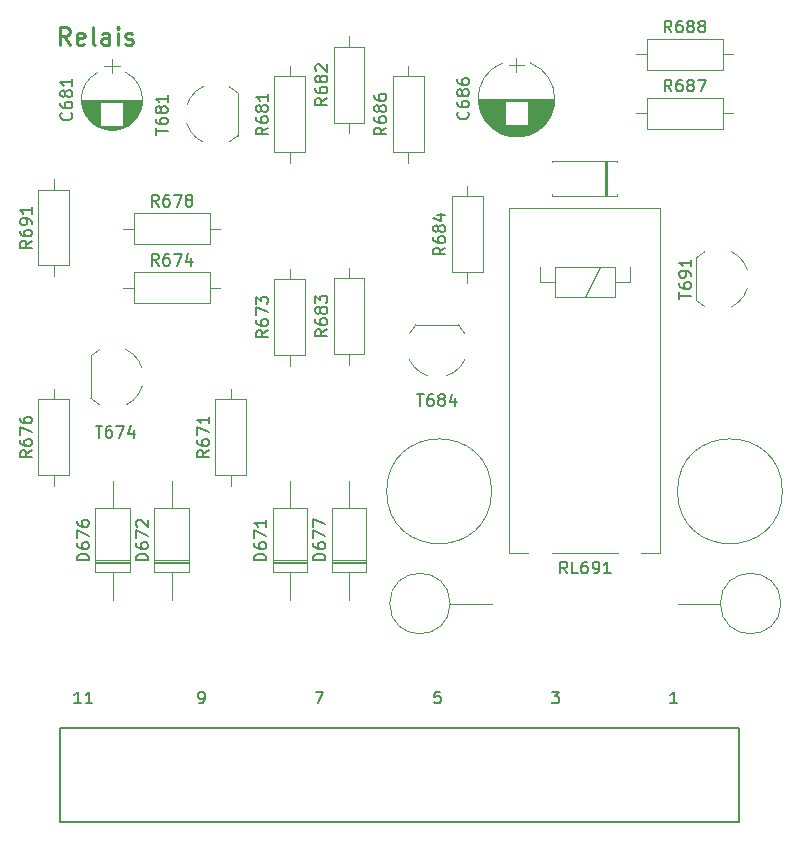
<source format=gto>
G04 #@! TF.GenerationSoftware,KiCad,Pcbnew,(5.1.7)-1*
G04 #@! TF.CreationDate,2022-07-12T08:38:02+02:00*
G04 #@! TF.ProjectId,Relais-Modul,52656c61-6973-42d4-9d6f-64756c2e6b69,rev?*
G04 #@! TF.SameCoordinates,Original*
G04 #@! TF.FileFunction,Legend,Top*
G04 #@! TF.FilePolarity,Positive*
%FSLAX46Y46*%
G04 Gerber Fmt 4.6, Leading zero omitted, Abs format (unit mm)*
G04 Created by KiCad (PCBNEW (5.1.7)-1) date 2022-07-12 08:38:02*
%MOMM*%
%LPD*%
G01*
G04 APERTURE LIST*
%ADD10C,0.225000*%
%ADD11C,0.150000*%
%ADD12C,0.120000*%
%ADD13C,2.400000*%
%ADD14O,2.400000X2.400000*%
%ADD15O,2.200000X2.200000*%
%ADD16R,2.200000X2.200000*%
%ADD17O,1.500000X2.000000*%
%ADD18R,1.500000X2.000000*%
%ADD19O,2.000000X1.500000*%
%ADD20R,2.000000X1.500000*%
%ADD21C,1.600000*%
%ADD22O,1.600000X1.600000*%
%ADD23C,2.600000*%
%ADD24R,1.600000X1.600000*%
%ADD25C,3.000000*%
G04 APERTURE END LIST*
D10*
X32110535Y-29178571D02*
X31610535Y-28464285D01*
X31253392Y-29178571D02*
X31253392Y-27678571D01*
X31824821Y-27678571D01*
X31967678Y-27750000D01*
X32039107Y-27821428D01*
X32110535Y-27964285D01*
X32110535Y-28178571D01*
X32039107Y-28321428D01*
X31967678Y-28392857D01*
X31824821Y-28464285D01*
X31253392Y-28464285D01*
X33324821Y-29107142D02*
X33181964Y-29178571D01*
X32896250Y-29178571D01*
X32753392Y-29107142D01*
X32681964Y-28964285D01*
X32681964Y-28392857D01*
X32753392Y-28250000D01*
X32896250Y-28178571D01*
X33181964Y-28178571D01*
X33324821Y-28250000D01*
X33396250Y-28392857D01*
X33396250Y-28535714D01*
X32681964Y-28678571D01*
X34253392Y-29178571D02*
X34110535Y-29107142D01*
X34039107Y-28964285D01*
X34039107Y-27678571D01*
X35467678Y-29178571D02*
X35467678Y-28392857D01*
X35396250Y-28250000D01*
X35253392Y-28178571D01*
X34967678Y-28178571D01*
X34824821Y-28250000D01*
X35467678Y-29107142D02*
X35324821Y-29178571D01*
X34967678Y-29178571D01*
X34824821Y-29107142D01*
X34753392Y-28964285D01*
X34753392Y-28821428D01*
X34824821Y-28678571D01*
X34967678Y-28607142D01*
X35324821Y-28607142D01*
X35467678Y-28535714D01*
X36181964Y-29178571D02*
X36181964Y-28178571D01*
X36181964Y-27678571D02*
X36110535Y-27750000D01*
X36181964Y-27821428D01*
X36253392Y-27750000D01*
X36181964Y-27678571D01*
X36181964Y-27821428D01*
X36824821Y-29107142D02*
X36967678Y-29178571D01*
X37253392Y-29178571D01*
X37396250Y-29107142D01*
X37467678Y-28964285D01*
X37467678Y-28892857D01*
X37396250Y-28750000D01*
X37253392Y-28678571D01*
X37039107Y-28678571D01*
X36896250Y-28607142D01*
X36824821Y-28464285D01*
X36824821Y-28392857D01*
X36896250Y-28250000D01*
X37039107Y-28178571D01*
X37253392Y-28178571D01*
X37396250Y-28250000D01*
D11*
X43059523Y-84952380D02*
X43250000Y-84952380D01*
X43345238Y-84904761D01*
X43392857Y-84857142D01*
X43488095Y-84714285D01*
X43535714Y-84523809D01*
X43535714Y-84142857D01*
X43488095Y-84047619D01*
X43440476Y-84000000D01*
X43345238Y-83952380D01*
X43154761Y-83952380D01*
X43059523Y-84000000D01*
X43011904Y-84047619D01*
X42964285Y-84142857D01*
X42964285Y-84380952D01*
X43011904Y-84476190D01*
X43059523Y-84523809D01*
X43154761Y-84571428D01*
X43345238Y-84571428D01*
X43440476Y-84523809D01*
X43488095Y-84476190D01*
X43535714Y-84380952D01*
X63488095Y-83952380D02*
X63011904Y-83952380D01*
X62964285Y-84428571D01*
X63011904Y-84380952D01*
X63107142Y-84333333D01*
X63345238Y-84333333D01*
X63440476Y-84380952D01*
X63488095Y-84428571D01*
X63535714Y-84523809D01*
X63535714Y-84761904D01*
X63488095Y-84857142D01*
X63440476Y-84904761D01*
X63345238Y-84952380D01*
X63107142Y-84952380D01*
X63011904Y-84904761D01*
X62964285Y-84857142D01*
X72916666Y-83952380D02*
X73535714Y-83952380D01*
X73202380Y-84333333D01*
X73345238Y-84333333D01*
X73440476Y-84380952D01*
X73488095Y-84428571D01*
X73535714Y-84523809D01*
X73535714Y-84761904D01*
X73488095Y-84857142D01*
X73440476Y-84904761D01*
X73345238Y-84952380D01*
X73059523Y-84952380D01*
X72964285Y-84904761D01*
X72916666Y-84857142D01*
X31250000Y-95000000D02*
X31250000Y-87000000D01*
X88750000Y-87000000D02*
X31250000Y-87000000D01*
X88750000Y-95000000D02*
X88750000Y-87000000D01*
X31250000Y-95000000D02*
X88750000Y-95000000D01*
D12*
X64310000Y-76500000D02*
X67870000Y-76500000D01*
X64310000Y-76500000D02*
G75*
G03*
X64310000Y-76500000I-2560000J0D01*
G01*
X87190000Y-76500000D02*
X83630000Y-76500000D01*
X92310000Y-76500000D02*
G75*
G03*
X92310000Y-76500000I-2560000J0D01*
G01*
X78410000Y-41840000D02*
X78410000Y-41970000D01*
X78410000Y-41970000D02*
X72970000Y-41970000D01*
X72970000Y-41970000D02*
X72970000Y-41840000D01*
X78410000Y-39160000D02*
X78410000Y-39030000D01*
X78410000Y-39030000D02*
X72970000Y-39030000D01*
X72970000Y-39030000D02*
X72970000Y-39160000D01*
X77510000Y-41970000D02*
X77510000Y-39030000D01*
X77390000Y-41970000D02*
X77390000Y-39030000D01*
X77630000Y-41970000D02*
X77630000Y-39030000D01*
X85877205Y-51364184D02*
G75*
G02*
X85150000Y-50840000I1122795J2324184D01*
G01*
X88098807Y-51396400D02*
G75*
G03*
X89600000Y-49040000I-1098807J2356400D01*
G01*
X88098807Y-46683600D02*
G75*
G02*
X89600000Y-49040000I-1098807J-2356400D01*
G01*
X85877205Y-46715816D02*
G75*
G03*
X85150000Y-47240000I1122795J-2324184D01*
G01*
X85150000Y-47240000D02*
X85150000Y-50840000D01*
X65010000Y-52900000D02*
X61410000Y-52900000D01*
X65534184Y-53627205D02*
G75*
G03*
X65010000Y-52900000I-2324184J-1122795D01*
G01*
X65566400Y-55848807D02*
G75*
G02*
X63210000Y-57350000I-2356400J1098807D01*
G01*
X60853600Y-55848807D02*
G75*
G03*
X63210000Y-57350000I2356400J1098807D01*
G01*
X60885816Y-53627205D02*
G75*
G02*
X61410000Y-52900000I2324184J-1122795D01*
G01*
X46350000Y-36880000D02*
X46350000Y-33280000D01*
X45622795Y-37404184D02*
G75*
G03*
X46350000Y-36880000I-1122795J2324184D01*
G01*
X43401193Y-37436400D02*
G75*
G02*
X41900000Y-35080000I1098807J2356400D01*
G01*
X43401193Y-32723600D02*
G75*
G03*
X41900000Y-35080000I1098807J-2356400D01*
G01*
X45622795Y-32755816D02*
G75*
G02*
X46350000Y-33280000I-1122795J-2324184D01*
G01*
X33900000Y-55540000D02*
X33900000Y-59140000D01*
X34627205Y-55015816D02*
G75*
G03*
X33900000Y-55540000I1122795J-2324184D01*
G01*
X36848807Y-54983600D02*
G75*
G02*
X38350000Y-57340000I-1098807J-2356400D01*
G01*
X36848807Y-59696400D02*
G75*
G03*
X38350000Y-57340000I-1098807J2356400D01*
G01*
X34627205Y-59664184D02*
G75*
G02*
X33900000Y-59140000I1122795J2324184D01*
G01*
X30750000Y-40570000D02*
X30750000Y-41460000D01*
X30750000Y-48770000D02*
X30750000Y-47880000D01*
X29440000Y-41460000D02*
X29440000Y-47880000D01*
X32060000Y-41460000D02*
X29440000Y-41460000D01*
X32060000Y-47880000D02*
X32060000Y-41460000D01*
X29440000Y-47880000D02*
X32060000Y-47880000D01*
X88270000Y-30000000D02*
X87380000Y-30000000D01*
X80070000Y-30000000D02*
X80960000Y-30000000D01*
X87380000Y-28690000D02*
X80960000Y-28690000D01*
X87380000Y-31310000D02*
X87380000Y-28690000D01*
X80960000Y-31310000D02*
X87380000Y-31310000D01*
X80960000Y-28690000D02*
X80960000Y-31310000D01*
X88270000Y-35000000D02*
X87380000Y-35000000D01*
X80070000Y-35000000D02*
X80960000Y-35000000D01*
X87380000Y-33690000D02*
X80960000Y-33690000D01*
X87380000Y-36310000D02*
X87380000Y-33690000D01*
X80960000Y-36310000D02*
X87380000Y-36310000D01*
X80960000Y-33690000D02*
X80960000Y-36310000D01*
X60750000Y-30980000D02*
X60750000Y-31870000D01*
X60750000Y-39180000D02*
X60750000Y-38290000D01*
X59440000Y-31870000D02*
X59440000Y-38290000D01*
X62060000Y-31870000D02*
X59440000Y-31870000D01*
X62060000Y-38290000D02*
X62060000Y-31870000D01*
X59440000Y-38290000D02*
X62060000Y-38290000D01*
X65750000Y-49340000D02*
X65750000Y-48450000D01*
X65750000Y-41140000D02*
X65750000Y-42030000D01*
X67060000Y-48450000D02*
X67060000Y-42030000D01*
X64440000Y-48450000D02*
X67060000Y-48450000D01*
X64440000Y-42030000D02*
X64440000Y-48450000D01*
X67060000Y-42030000D02*
X64440000Y-42030000D01*
X55750000Y-48070000D02*
X55750000Y-48960000D01*
X55750000Y-56270000D02*
X55750000Y-55380000D01*
X54440000Y-48960000D02*
X54440000Y-55380000D01*
X57060000Y-48960000D02*
X54440000Y-48960000D01*
X57060000Y-55380000D02*
X57060000Y-48960000D01*
X54440000Y-55380000D02*
X57060000Y-55380000D01*
X55750000Y-28480000D02*
X55750000Y-29370000D01*
X55750000Y-36680000D02*
X55750000Y-35790000D01*
X54440000Y-29370000D02*
X54440000Y-35790000D01*
X57060000Y-29370000D02*
X54440000Y-29370000D01*
X57060000Y-35790000D02*
X57060000Y-29370000D01*
X54440000Y-35790000D02*
X57060000Y-35790000D01*
X50750000Y-30980000D02*
X50750000Y-31870000D01*
X50750000Y-39180000D02*
X50750000Y-38290000D01*
X49440000Y-31870000D02*
X49440000Y-38290000D01*
X52060000Y-31870000D02*
X49440000Y-31870000D01*
X52060000Y-38290000D02*
X52060000Y-31870000D01*
X49440000Y-38290000D02*
X52060000Y-38290000D01*
X44850000Y-44750000D02*
X43960000Y-44750000D01*
X36650000Y-44750000D02*
X37540000Y-44750000D01*
X43960000Y-43440000D02*
X37540000Y-43440000D01*
X43960000Y-46060000D02*
X43960000Y-43440000D01*
X37540000Y-46060000D02*
X43960000Y-46060000D01*
X37540000Y-43440000D02*
X37540000Y-46060000D01*
X30750000Y-58320000D02*
X30750000Y-59210000D01*
X30750000Y-66520000D02*
X30750000Y-65630000D01*
X29440000Y-59210000D02*
X29440000Y-65630000D01*
X32060000Y-59210000D02*
X29440000Y-59210000D01*
X32060000Y-65630000D02*
X32060000Y-59210000D01*
X29440000Y-65630000D02*
X32060000Y-65630000D01*
X44850000Y-49750000D02*
X43960000Y-49750000D01*
X36650000Y-49750000D02*
X37540000Y-49750000D01*
X43960000Y-48440000D02*
X37540000Y-48440000D01*
X43960000Y-51060000D02*
X43960000Y-48440000D01*
X37540000Y-51060000D02*
X43960000Y-51060000D01*
X37540000Y-48440000D02*
X37540000Y-51060000D01*
X50750000Y-48160000D02*
X50750000Y-49050000D01*
X50750000Y-56360000D02*
X50750000Y-55470000D01*
X49440000Y-49050000D02*
X49440000Y-55470000D01*
X52060000Y-49050000D02*
X49440000Y-49050000D01*
X52060000Y-55470000D02*
X52060000Y-49050000D01*
X49440000Y-55470000D02*
X52060000Y-55470000D01*
X45750000Y-58320000D02*
X45750000Y-59210000D01*
X45750000Y-66520000D02*
X45750000Y-65630000D01*
X44440000Y-59210000D02*
X44440000Y-65630000D01*
X47060000Y-59210000D02*
X44440000Y-59210000D01*
X47060000Y-65630000D02*
X47060000Y-59210000D01*
X44440000Y-65630000D02*
X47060000Y-65630000D01*
X67820000Y-67000000D02*
G75*
G03*
X67820000Y-67000000I-4440000J0D01*
G01*
X92440000Y-67000000D02*
G75*
G03*
X92440000Y-67000000I-4440000J0D01*
G01*
X54280000Y-73870000D02*
X57220000Y-73870000D01*
X57220000Y-73870000D02*
X57220000Y-68430000D01*
X57220000Y-68430000D02*
X54280000Y-68430000D01*
X54280000Y-68430000D02*
X54280000Y-73870000D01*
X55750000Y-76160000D02*
X55750000Y-73870000D01*
X55750000Y-66140000D02*
X55750000Y-68430000D01*
X54280000Y-72970000D02*
X57220000Y-72970000D01*
X54280000Y-72850000D02*
X57220000Y-72850000D01*
X54280000Y-73090000D02*
X57220000Y-73090000D01*
X34280000Y-73870000D02*
X37220000Y-73870000D01*
X37220000Y-73870000D02*
X37220000Y-68430000D01*
X37220000Y-68430000D02*
X34280000Y-68430000D01*
X34280000Y-68430000D02*
X34280000Y-73870000D01*
X35750000Y-76160000D02*
X35750000Y-73870000D01*
X35750000Y-66140000D02*
X35750000Y-68430000D01*
X34280000Y-72970000D02*
X37220000Y-72970000D01*
X34280000Y-72850000D02*
X37220000Y-72850000D01*
X34280000Y-73090000D02*
X37220000Y-73090000D01*
X39280000Y-73870000D02*
X42220000Y-73870000D01*
X42220000Y-73870000D02*
X42220000Y-68430000D01*
X42220000Y-68430000D02*
X39280000Y-68430000D01*
X39280000Y-68430000D02*
X39280000Y-73870000D01*
X40750000Y-76160000D02*
X40750000Y-73870000D01*
X40750000Y-66140000D02*
X40750000Y-68430000D01*
X39280000Y-72970000D02*
X42220000Y-72970000D01*
X39280000Y-72850000D02*
X42220000Y-72850000D01*
X39280000Y-73090000D02*
X42220000Y-73090000D01*
X49280000Y-73870000D02*
X52220000Y-73870000D01*
X52220000Y-73870000D02*
X52220000Y-68430000D01*
X52220000Y-68430000D02*
X49280000Y-68430000D01*
X49280000Y-68430000D02*
X49280000Y-73870000D01*
X50750000Y-76160000D02*
X50750000Y-73870000D01*
X50750000Y-66140000D02*
X50750000Y-68430000D01*
X49280000Y-72970000D02*
X52220000Y-72970000D01*
X49280000Y-72850000D02*
X52220000Y-72850000D01*
X49280000Y-73090000D02*
X52220000Y-73090000D01*
X70570000Y-30900000D02*
X69270000Y-30900000D01*
X69920000Y-30300000D02*
X69920000Y-31500000D01*
X70388000Y-36951000D02*
X69452000Y-36951000D01*
X70596000Y-36911000D02*
X69244000Y-36911000D01*
X70754000Y-36871000D02*
X69086000Y-36871000D01*
X70886000Y-36831000D02*
X68954000Y-36831000D01*
X71001000Y-36791000D02*
X68839000Y-36791000D01*
X71104000Y-36751000D02*
X68736000Y-36751000D01*
X71198000Y-36711000D02*
X68642000Y-36711000D01*
X71284000Y-36671000D02*
X68556000Y-36671000D01*
X71365000Y-36631000D02*
X68475000Y-36631000D01*
X71440000Y-36591000D02*
X68400000Y-36591000D01*
X71511000Y-36551000D02*
X68329000Y-36551000D01*
X71578000Y-36511000D02*
X68262000Y-36511000D01*
X71641000Y-36471000D02*
X68199000Y-36471000D01*
X71701000Y-36431000D02*
X68139000Y-36431000D01*
X71759000Y-36391000D02*
X68081000Y-36391000D01*
X71814000Y-36351000D02*
X68026000Y-36351000D01*
X71866000Y-36311000D02*
X67974000Y-36311000D01*
X71917000Y-36271000D02*
X67923000Y-36271000D01*
X71965000Y-36231000D02*
X67875000Y-36231000D01*
X72012000Y-36191000D02*
X67828000Y-36191000D01*
X72057000Y-36151000D02*
X67783000Y-36151000D01*
X72100000Y-36111000D02*
X67740000Y-36111000D01*
X72142000Y-36071000D02*
X67698000Y-36071000D01*
X72182000Y-36031000D02*
X67658000Y-36031000D01*
X72221000Y-35991000D02*
X67619000Y-35991000D01*
X68940000Y-35951000D02*
X67581000Y-35951000D01*
X72259000Y-35951000D02*
X70900000Y-35951000D01*
X68940000Y-35911000D02*
X67545000Y-35911000D01*
X72295000Y-35911000D02*
X70900000Y-35911000D01*
X68940000Y-35871000D02*
X67509000Y-35871000D01*
X72331000Y-35871000D02*
X70900000Y-35871000D01*
X68940000Y-35831000D02*
X67475000Y-35831000D01*
X72365000Y-35831000D02*
X70900000Y-35831000D01*
X68940000Y-35791000D02*
X67442000Y-35791000D01*
X72398000Y-35791000D02*
X70900000Y-35791000D01*
X68940000Y-35751000D02*
X67410000Y-35751000D01*
X72430000Y-35751000D02*
X70900000Y-35751000D01*
X68940000Y-35711000D02*
X67380000Y-35711000D01*
X72460000Y-35711000D02*
X70900000Y-35711000D01*
X68940000Y-35671000D02*
X67350000Y-35671000D01*
X72490000Y-35671000D02*
X70900000Y-35671000D01*
X68940000Y-35631000D02*
X67321000Y-35631000D01*
X72519000Y-35631000D02*
X70900000Y-35631000D01*
X68940000Y-35591000D02*
X67293000Y-35591000D01*
X72547000Y-35591000D02*
X70900000Y-35591000D01*
X68940000Y-35551000D02*
X67266000Y-35551000D01*
X72574000Y-35551000D02*
X70900000Y-35551000D01*
X68940000Y-35511000D02*
X67239000Y-35511000D01*
X72601000Y-35511000D02*
X70900000Y-35511000D01*
X68940000Y-35471000D02*
X67214000Y-35471000D01*
X72626000Y-35471000D02*
X70900000Y-35471000D01*
X68940000Y-35431000D02*
X67189000Y-35431000D01*
X72651000Y-35431000D02*
X70900000Y-35431000D01*
X68940000Y-35391000D02*
X67165000Y-35391000D01*
X72675000Y-35391000D02*
X70900000Y-35391000D01*
X68940000Y-35351000D02*
X67142000Y-35351000D01*
X72698000Y-35351000D02*
X70900000Y-35351000D01*
X68940000Y-35311000D02*
X67120000Y-35311000D01*
X72720000Y-35311000D02*
X70900000Y-35311000D01*
X68940000Y-35271000D02*
X67098000Y-35271000D01*
X72742000Y-35271000D02*
X70900000Y-35271000D01*
X68940000Y-35231000D02*
X67077000Y-35231000D01*
X72763000Y-35231000D02*
X70900000Y-35231000D01*
X68940000Y-35191000D02*
X67057000Y-35191000D01*
X72783000Y-35191000D02*
X70900000Y-35191000D01*
X68940000Y-35151000D02*
X67038000Y-35151000D01*
X72802000Y-35151000D02*
X70900000Y-35151000D01*
X68940000Y-35111000D02*
X67019000Y-35111000D01*
X72821000Y-35111000D02*
X70900000Y-35111000D01*
X68940000Y-35071000D02*
X67001000Y-35071000D01*
X72839000Y-35071000D02*
X70900000Y-35071000D01*
X68940000Y-35031000D02*
X66983000Y-35031000D01*
X72857000Y-35031000D02*
X70900000Y-35031000D01*
X68940000Y-34991000D02*
X66966000Y-34991000D01*
X72874000Y-34991000D02*
X70900000Y-34991000D01*
X68940000Y-34951000D02*
X66950000Y-34951000D01*
X72890000Y-34951000D02*
X70900000Y-34951000D01*
X68940000Y-34911000D02*
X66934000Y-34911000D01*
X72906000Y-34911000D02*
X70900000Y-34911000D01*
X68940000Y-34871000D02*
X66919000Y-34871000D01*
X72921000Y-34871000D02*
X70900000Y-34871000D01*
X68940000Y-34831000D02*
X66905000Y-34831000D01*
X72935000Y-34831000D02*
X70900000Y-34831000D01*
X68940000Y-34791000D02*
X66891000Y-34791000D01*
X72949000Y-34791000D02*
X70900000Y-34791000D01*
X68940000Y-34751000D02*
X66878000Y-34751000D01*
X72962000Y-34751000D02*
X70900000Y-34751000D01*
X68940000Y-34711000D02*
X66865000Y-34711000D01*
X72975000Y-34711000D02*
X70900000Y-34711000D01*
X68940000Y-34671000D02*
X66853000Y-34671000D01*
X72987000Y-34671000D02*
X70900000Y-34671000D01*
X68940000Y-34631000D02*
X66841000Y-34631000D01*
X72999000Y-34631000D02*
X70900000Y-34631000D01*
X68940000Y-34591000D02*
X66830000Y-34591000D01*
X73010000Y-34591000D02*
X70900000Y-34591000D01*
X68940000Y-34551000D02*
X66820000Y-34551000D01*
X73020000Y-34551000D02*
X70900000Y-34551000D01*
X68940000Y-34511000D02*
X66810000Y-34511000D01*
X73030000Y-34511000D02*
X70900000Y-34511000D01*
X68940000Y-34471000D02*
X66801000Y-34471000D01*
X73039000Y-34471000D02*
X70900000Y-34471000D01*
X68940000Y-34430000D02*
X66792000Y-34430000D01*
X73048000Y-34430000D02*
X70900000Y-34430000D01*
X68940000Y-34390000D02*
X66783000Y-34390000D01*
X73057000Y-34390000D02*
X70900000Y-34390000D01*
X68940000Y-34350000D02*
X66776000Y-34350000D01*
X73064000Y-34350000D02*
X70900000Y-34350000D01*
X68940000Y-34310000D02*
X66768000Y-34310000D01*
X73072000Y-34310000D02*
X70900000Y-34310000D01*
X68940000Y-34270000D02*
X66762000Y-34270000D01*
X73078000Y-34270000D02*
X70900000Y-34270000D01*
X68940000Y-34230000D02*
X66755000Y-34230000D01*
X73085000Y-34230000D02*
X70900000Y-34230000D01*
X68940000Y-34190000D02*
X66750000Y-34190000D01*
X73090000Y-34190000D02*
X70900000Y-34190000D01*
X68940000Y-34150000D02*
X66744000Y-34150000D01*
X73096000Y-34150000D02*
X70900000Y-34150000D01*
X68940000Y-34110000D02*
X66740000Y-34110000D01*
X73100000Y-34110000D02*
X70900000Y-34110000D01*
X68940000Y-34070000D02*
X66735000Y-34070000D01*
X73105000Y-34070000D02*
X70900000Y-34070000D01*
X68940000Y-34030000D02*
X66732000Y-34030000D01*
X73108000Y-34030000D02*
X70900000Y-34030000D01*
X73112000Y-33990000D02*
X66728000Y-33990000D01*
X73114000Y-33950000D02*
X66726000Y-33950000D01*
X73117000Y-33910000D02*
X66723000Y-33910000D01*
X73118000Y-33870000D02*
X66722000Y-33870000D01*
X73120000Y-33830000D02*
X66720000Y-33830000D01*
X73120000Y-33790000D02*
X66720000Y-33790000D01*
X73120000Y-33750000D02*
X66720000Y-33750000D01*
X71099136Y-36767820D02*
G75*
G03*
X71100000Y-30732518I-1179136J3017820D01*
G01*
X68740864Y-36767820D02*
G75*
G02*
X68740000Y-30732518I1179136J3017820D01*
G01*
X68740864Y-36767820D02*
G75*
G03*
X71100000Y-36767482I1179136J3017820D01*
G01*
X36320000Y-30980000D02*
X35020000Y-30980000D01*
X35670000Y-30380000D02*
X35670000Y-31580000D01*
X36024000Y-36391000D02*
X35316000Y-36391000D01*
X36229000Y-36351000D02*
X35111000Y-36351000D01*
X36377000Y-36311000D02*
X34963000Y-36311000D01*
X36499000Y-36271000D02*
X34841000Y-36271000D01*
X36604000Y-36231000D02*
X34736000Y-36231000D01*
X36698000Y-36191000D02*
X34642000Y-36191000D01*
X36782000Y-36151000D02*
X34558000Y-36151000D01*
X36859000Y-36111000D02*
X34481000Y-36111000D01*
X36931000Y-36071000D02*
X34409000Y-36071000D01*
X34690000Y-36031000D02*
X34343000Y-36031000D01*
X36997000Y-36031000D02*
X36650000Y-36031000D01*
X34690000Y-35991000D02*
X34280000Y-35991000D01*
X37060000Y-35991000D02*
X36650000Y-35991000D01*
X34690000Y-35951000D02*
X34222000Y-35951000D01*
X37118000Y-35951000D02*
X36650000Y-35951000D01*
X34690000Y-35911000D02*
X34166000Y-35911000D01*
X37174000Y-35911000D02*
X36650000Y-35911000D01*
X34690000Y-35871000D02*
X34114000Y-35871000D01*
X37226000Y-35871000D02*
X36650000Y-35871000D01*
X34690000Y-35831000D02*
X34064000Y-35831000D01*
X37276000Y-35831000D02*
X36650000Y-35831000D01*
X34690000Y-35791000D02*
X34016000Y-35791000D01*
X37324000Y-35791000D02*
X36650000Y-35791000D01*
X34690000Y-35751000D02*
X33971000Y-35751000D01*
X37369000Y-35751000D02*
X36650000Y-35751000D01*
X34690000Y-35711000D02*
X33928000Y-35711000D01*
X37412000Y-35711000D02*
X36650000Y-35711000D01*
X34690000Y-35671000D02*
X33887000Y-35671000D01*
X37453000Y-35671000D02*
X36650000Y-35671000D01*
X34690000Y-35631000D02*
X33847000Y-35631000D01*
X37493000Y-35631000D02*
X36650000Y-35631000D01*
X34690000Y-35591000D02*
X33809000Y-35591000D01*
X37531000Y-35591000D02*
X36650000Y-35591000D01*
X34690000Y-35551000D02*
X33773000Y-35551000D01*
X37567000Y-35551000D02*
X36650000Y-35551000D01*
X34690000Y-35511000D02*
X33738000Y-35511000D01*
X37602000Y-35511000D02*
X36650000Y-35511000D01*
X34690000Y-35471000D02*
X33705000Y-35471000D01*
X37635000Y-35471000D02*
X36650000Y-35471000D01*
X34690000Y-35431000D02*
X33673000Y-35431000D01*
X37667000Y-35431000D02*
X36650000Y-35431000D01*
X34690000Y-35391000D02*
X33642000Y-35391000D01*
X37698000Y-35391000D02*
X36650000Y-35391000D01*
X34690000Y-35351000D02*
X33612000Y-35351000D01*
X37728000Y-35351000D02*
X36650000Y-35351000D01*
X34690000Y-35311000D02*
X33584000Y-35311000D01*
X37756000Y-35311000D02*
X36650000Y-35311000D01*
X34690000Y-35271000D02*
X33557000Y-35271000D01*
X37783000Y-35271000D02*
X36650000Y-35271000D01*
X34690000Y-35231000D02*
X33530000Y-35231000D01*
X37810000Y-35231000D02*
X36650000Y-35231000D01*
X34690000Y-35191000D02*
X33505000Y-35191000D01*
X37835000Y-35191000D02*
X36650000Y-35191000D01*
X34690000Y-35151000D02*
X33481000Y-35151000D01*
X37859000Y-35151000D02*
X36650000Y-35151000D01*
X34690000Y-35111000D02*
X33458000Y-35111000D01*
X37882000Y-35111000D02*
X36650000Y-35111000D01*
X34690000Y-35071000D02*
X33436000Y-35071000D01*
X37904000Y-35071000D02*
X36650000Y-35071000D01*
X34690000Y-35031000D02*
X33414000Y-35031000D01*
X37926000Y-35031000D02*
X36650000Y-35031000D01*
X34690000Y-34991000D02*
X33394000Y-34991000D01*
X37946000Y-34991000D02*
X36650000Y-34991000D01*
X34690000Y-34951000D02*
X33374000Y-34951000D01*
X37966000Y-34951000D02*
X36650000Y-34951000D01*
X34690000Y-34911000D02*
X33355000Y-34911000D01*
X37985000Y-34911000D02*
X36650000Y-34911000D01*
X34690000Y-34871000D02*
X33337000Y-34871000D01*
X38003000Y-34871000D02*
X36650000Y-34871000D01*
X34690000Y-34831000D02*
X33320000Y-34831000D01*
X38020000Y-34831000D02*
X36650000Y-34831000D01*
X34690000Y-34791000D02*
X33304000Y-34791000D01*
X38036000Y-34791000D02*
X36650000Y-34791000D01*
X34690000Y-34751000D02*
X33288000Y-34751000D01*
X38052000Y-34751000D02*
X36650000Y-34751000D01*
X34690000Y-34711000D02*
X33274000Y-34711000D01*
X38066000Y-34711000D02*
X36650000Y-34711000D01*
X34690000Y-34671000D02*
X33260000Y-34671000D01*
X38080000Y-34671000D02*
X36650000Y-34671000D01*
X34690000Y-34631000D02*
X33246000Y-34631000D01*
X38094000Y-34631000D02*
X36650000Y-34631000D01*
X34690000Y-34591000D02*
X33234000Y-34591000D01*
X38106000Y-34591000D02*
X36650000Y-34591000D01*
X34690000Y-34551000D02*
X33222000Y-34551000D01*
X38118000Y-34551000D02*
X36650000Y-34551000D01*
X34690000Y-34510000D02*
X33210000Y-34510000D01*
X38130000Y-34510000D02*
X36650000Y-34510000D01*
X34690000Y-34470000D02*
X33200000Y-34470000D01*
X38140000Y-34470000D02*
X36650000Y-34470000D01*
X34690000Y-34430000D02*
X33190000Y-34430000D01*
X38150000Y-34430000D02*
X36650000Y-34430000D01*
X34690000Y-34390000D02*
X33181000Y-34390000D01*
X38159000Y-34390000D02*
X36650000Y-34390000D01*
X34690000Y-34350000D02*
X33172000Y-34350000D01*
X38168000Y-34350000D02*
X36650000Y-34350000D01*
X34690000Y-34310000D02*
X33164000Y-34310000D01*
X38176000Y-34310000D02*
X36650000Y-34310000D01*
X34690000Y-34270000D02*
X33157000Y-34270000D01*
X38183000Y-34270000D02*
X36650000Y-34270000D01*
X34690000Y-34230000D02*
X33151000Y-34230000D01*
X38189000Y-34230000D02*
X36650000Y-34230000D01*
X34690000Y-34190000D02*
X33145000Y-34190000D01*
X38195000Y-34190000D02*
X36650000Y-34190000D01*
X34690000Y-34150000D02*
X33139000Y-34150000D01*
X38201000Y-34150000D02*
X36650000Y-34150000D01*
X34690000Y-34110000D02*
X33135000Y-34110000D01*
X38205000Y-34110000D02*
X36650000Y-34110000D01*
X38209000Y-34070000D02*
X33131000Y-34070000D01*
X38213000Y-34030000D02*
X33127000Y-34030000D01*
X38216000Y-33990000D02*
X33124000Y-33990000D01*
X38218000Y-33950000D02*
X33122000Y-33950000D01*
X38219000Y-33910000D02*
X33121000Y-33910000D01*
X38220000Y-33870000D02*
X33120000Y-33870000D01*
X38220000Y-33830000D02*
X33120000Y-33830000D01*
X36849723Y-36135722D02*
G75*
G03*
X36850000Y-31524420I-1179723J2305722D01*
G01*
X34490277Y-36135722D02*
G75*
G02*
X34490000Y-31524420I1179723J2305722D01*
G01*
X34490277Y-36135722D02*
G75*
G03*
X36850000Y-36135580I1179723J2305722D01*
G01*
X70900000Y-72220000D02*
X69300000Y-72220000D01*
X69300000Y-72220000D02*
X69300000Y-43020000D01*
X78500000Y-72220000D02*
X72900000Y-72220000D01*
X69300000Y-43020000D02*
X82100000Y-43020000D01*
X82100000Y-43020000D02*
X82100000Y-72220000D01*
X82100000Y-72220000D02*
X80500000Y-72220000D01*
X76960000Y-48040000D02*
X75690000Y-50580000D01*
X73150000Y-49310000D02*
X71880000Y-49310000D01*
X71880000Y-49310000D02*
X71880000Y-48040000D01*
X79500000Y-48040000D02*
X79500000Y-49310000D01*
X79500000Y-49310000D02*
X78230000Y-49310000D01*
X78230000Y-49310000D02*
X78230000Y-50580000D01*
X78230000Y-50580000D02*
X73150000Y-50580000D01*
X73150000Y-50580000D02*
X73150000Y-48040000D01*
X73150000Y-48040000D02*
X78230000Y-48040000D01*
X78230000Y-48040000D02*
X78230000Y-49310000D01*
D11*
X83535714Y-84952380D02*
X82964285Y-84952380D01*
X83250000Y-84952380D02*
X83250000Y-83952380D01*
X83154761Y-84095238D01*
X83059523Y-84190476D01*
X82964285Y-84238095D01*
X33059523Y-84952380D02*
X32488095Y-84952380D01*
X32773809Y-84952380D02*
X32773809Y-83952380D01*
X32678571Y-84095238D01*
X32583333Y-84190476D01*
X32488095Y-84238095D01*
X34011904Y-84952380D02*
X33440476Y-84952380D01*
X33726190Y-84952380D02*
X33726190Y-83952380D01*
X33630952Y-84095238D01*
X33535714Y-84190476D01*
X33440476Y-84238095D01*
X52916666Y-83952380D02*
X53583333Y-83952380D01*
X53154761Y-84952380D01*
X83702380Y-50714285D02*
X83702380Y-50142857D01*
X84702380Y-50428571D02*
X83702380Y-50428571D01*
X83702380Y-49380952D02*
X83702380Y-49571428D01*
X83750000Y-49666666D01*
X83797619Y-49714285D01*
X83940476Y-49809523D01*
X84130952Y-49857142D01*
X84511904Y-49857142D01*
X84607142Y-49809523D01*
X84654761Y-49761904D01*
X84702380Y-49666666D01*
X84702380Y-49476190D01*
X84654761Y-49380952D01*
X84607142Y-49333333D01*
X84511904Y-49285714D01*
X84273809Y-49285714D01*
X84178571Y-49333333D01*
X84130952Y-49380952D01*
X84083333Y-49476190D01*
X84083333Y-49666666D01*
X84130952Y-49761904D01*
X84178571Y-49809523D01*
X84273809Y-49857142D01*
X84702380Y-48809523D02*
X84702380Y-48619047D01*
X84654761Y-48523809D01*
X84607142Y-48476190D01*
X84464285Y-48380952D01*
X84273809Y-48333333D01*
X83892857Y-48333333D01*
X83797619Y-48380952D01*
X83750000Y-48428571D01*
X83702380Y-48523809D01*
X83702380Y-48714285D01*
X83750000Y-48809523D01*
X83797619Y-48857142D01*
X83892857Y-48904761D01*
X84130952Y-48904761D01*
X84226190Y-48857142D01*
X84273809Y-48809523D01*
X84321428Y-48714285D01*
X84321428Y-48523809D01*
X84273809Y-48428571D01*
X84226190Y-48380952D01*
X84130952Y-48333333D01*
X84702380Y-47380952D02*
X84702380Y-47952380D01*
X84702380Y-47666666D02*
X83702380Y-47666666D01*
X83845238Y-47761904D01*
X83940476Y-47857142D01*
X83988095Y-47952380D01*
X61495714Y-58772380D02*
X62067142Y-58772380D01*
X61781428Y-59772380D02*
X61781428Y-58772380D01*
X62829047Y-58772380D02*
X62638571Y-58772380D01*
X62543333Y-58820000D01*
X62495714Y-58867619D01*
X62400476Y-59010476D01*
X62352857Y-59200952D01*
X62352857Y-59581904D01*
X62400476Y-59677142D01*
X62448095Y-59724761D01*
X62543333Y-59772380D01*
X62733809Y-59772380D01*
X62829047Y-59724761D01*
X62876666Y-59677142D01*
X62924285Y-59581904D01*
X62924285Y-59343809D01*
X62876666Y-59248571D01*
X62829047Y-59200952D01*
X62733809Y-59153333D01*
X62543333Y-59153333D01*
X62448095Y-59200952D01*
X62400476Y-59248571D01*
X62352857Y-59343809D01*
X63495714Y-59200952D02*
X63400476Y-59153333D01*
X63352857Y-59105714D01*
X63305238Y-59010476D01*
X63305238Y-58962857D01*
X63352857Y-58867619D01*
X63400476Y-58820000D01*
X63495714Y-58772380D01*
X63686190Y-58772380D01*
X63781428Y-58820000D01*
X63829047Y-58867619D01*
X63876666Y-58962857D01*
X63876666Y-59010476D01*
X63829047Y-59105714D01*
X63781428Y-59153333D01*
X63686190Y-59200952D01*
X63495714Y-59200952D01*
X63400476Y-59248571D01*
X63352857Y-59296190D01*
X63305238Y-59391428D01*
X63305238Y-59581904D01*
X63352857Y-59677142D01*
X63400476Y-59724761D01*
X63495714Y-59772380D01*
X63686190Y-59772380D01*
X63781428Y-59724761D01*
X63829047Y-59677142D01*
X63876666Y-59581904D01*
X63876666Y-59391428D01*
X63829047Y-59296190D01*
X63781428Y-59248571D01*
X63686190Y-59200952D01*
X64733809Y-59105714D02*
X64733809Y-59772380D01*
X64495714Y-58724761D02*
X64257619Y-59439047D01*
X64876666Y-59439047D01*
X39382380Y-36794285D02*
X39382380Y-36222857D01*
X40382380Y-36508571D02*
X39382380Y-36508571D01*
X39382380Y-35460952D02*
X39382380Y-35651428D01*
X39430000Y-35746666D01*
X39477619Y-35794285D01*
X39620476Y-35889523D01*
X39810952Y-35937142D01*
X40191904Y-35937142D01*
X40287142Y-35889523D01*
X40334761Y-35841904D01*
X40382380Y-35746666D01*
X40382380Y-35556190D01*
X40334761Y-35460952D01*
X40287142Y-35413333D01*
X40191904Y-35365714D01*
X39953809Y-35365714D01*
X39858571Y-35413333D01*
X39810952Y-35460952D01*
X39763333Y-35556190D01*
X39763333Y-35746666D01*
X39810952Y-35841904D01*
X39858571Y-35889523D01*
X39953809Y-35937142D01*
X39810952Y-34794285D02*
X39763333Y-34889523D01*
X39715714Y-34937142D01*
X39620476Y-34984761D01*
X39572857Y-34984761D01*
X39477619Y-34937142D01*
X39430000Y-34889523D01*
X39382380Y-34794285D01*
X39382380Y-34603809D01*
X39430000Y-34508571D01*
X39477619Y-34460952D01*
X39572857Y-34413333D01*
X39620476Y-34413333D01*
X39715714Y-34460952D01*
X39763333Y-34508571D01*
X39810952Y-34603809D01*
X39810952Y-34794285D01*
X39858571Y-34889523D01*
X39906190Y-34937142D01*
X40001428Y-34984761D01*
X40191904Y-34984761D01*
X40287142Y-34937142D01*
X40334761Y-34889523D01*
X40382380Y-34794285D01*
X40382380Y-34603809D01*
X40334761Y-34508571D01*
X40287142Y-34460952D01*
X40191904Y-34413333D01*
X40001428Y-34413333D01*
X39906190Y-34460952D01*
X39858571Y-34508571D01*
X39810952Y-34603809D01*
X40382380Y-33460952D02*
X40382380Y-34032380D01*
X40382380Y-33746666D02*
X39382380Y-33746666D01*
X39525238Y-33841904D01*
X39620476Y-33937142D01*
X39668095Y-34032380D01*
X34285714Y-61452380D02*
X34857142Y-61452380D01*
X34571428Y-62452380D02*
X34571428Y-61452380D01*
X35619047Y-61452380D02*
X35428571Y-61452380D01*
X35333333Y-61500000D01*
X35285714Y-61547619D01*
X35190476Y-61690476D01*
X35142857Y-61880952D01*
X35142857Y-62261904D01*
X35190476Y-62357142D01*
X35238095Y-62404761D01*
X35333333Y-62452380D01*
X35523809Y-62452380D01*
X35619047Y-62404761D01*
X35666666Y-62357142D01*
X35714285Y-62261904D01*
X35714285Y-62023809D01*
X35666666Y-61928571D01*
X35619047Y-61880952D01*
X35523809Y-61833333D01*
X35333333Y-61833333D01*
X35238095Y-61880952D01*
X35190476Y-61928571D01*
X35142857Y-62023809D01*
X36047619Y-61452380D02*
X36714285Y-61452380D01*
X36285714Y-62452380D01*
X37523809Y-61785714D02*
X37523809Y-62452380D01*
X37285714Y-61404761D02*
X37047619Y-62119047D01*
X37666666Y-62119047D01*
X28892380Y-45789047D02*
X28416190Y-46122380D01*
X28892380Y-46360476D02*
X27892380Y-46360476D01*
X27892380Y-45979523D01*
X27940000Y-45884285D01*
X27987619Y-45836666D01*
X28082857Y-45789047D01*
X28225714Y-45789047D01*
X28320952Y-45836666D01*
X28368571Y-45884285D01*
X28416190Y-45979523D01*
X28416190Y-46360476D01*
X27892380Y-44931904D02*
X27892380Y-45122380D01*
X27940000Y-45217619D01*
X27987619Y-45265238D01*
X28130476Y-45360476D01*
X28320952Y-45408095D01*
X28701904Y-45408095D01*
X28797142Y-45360476D01*
X28844761Y-45312857D01*
X28892380Y-45217619D01*
X28892380Y-45027142D01*
X28844761Y-44931904D01*
X28797142Y-44884285D01*
X28701904Y-44836666D01*
X28463809Y-44836666D01*
X28368571Y-44884285D01*
X28320952Y-44931904D01*
X28273333Y-45027142D01*
X28273333Y-45217619D01*
X28320952Y-45312857D01*
X28368571Y-45360476D01*
X28463809Y-45408095D01*
X28892380Y-44360476D02*
X28892380Y-44170000D01*
X28844761Y-44074761D01*
X28797142Y-44027142D01*
X28654285Y-43931904D01*
X28463809Y-43884285D01*
X28082857Y-43884285D01*
X27987619Y-43931904D01*
X27940000Y-43979523D01*
X27892380Y-44074761D01*
X27892380Y-44265238D01*
X27940000Y-44360476D01*
X27987619Y-44408095D01*
X28082857Y-44455714D01*
X28320952Y-44455714D01*
X28416190Y-44408095D01*
X28463809Y-44360476D01*
X28511428Y-44265238D01*
X28511428Y-44074761D01*
X28463809Y-43979523D01*
X28416190Y-43931904D01*
X28320952Y-43884285D01*
X28892380Y-42931904D02*
X28892380Y-43503333D01*
X28892380Y-43217619D02*
X27892380Y-43217619D01*
X28035238Y-43312857D01*
X28130476Y-43408095D01*
X28178095Y-43503333D01*
X83050952Y-28142380D02*
X82717619Y-27666190D01*
X82479523Y-28142380D02*
X82479523Y-27142380D01*
X82860476Y-27142380D01*
X82955714Y-27190000D01*
X83003333Y-27237619D01*
X83050952Y-27332857D01*
X83050952Y-27475714D01*
X83003333Y-27570952D01*
X82955714Y-27618571D01*
X82860476Y-27666190D01*
X82479523Y-27666190D01*
X83908095Y-27142380D02*
X83717619Y-27142380D01*
X83622380Y-27190000D01*
X83574761Y-27237619D01*
X83479523Y-27380476D01*
X83431904Y-27570952D01*
X83431904Y-27951904D01*
X83479523Y-28047142D01*
X83527142Y-28094761D01*
X83622380Y-28142380D01*
X83812857Y-28142380D01*
X83908095Y-28094761D01*
X83955714Y-28047142D01*
X84003333Y-27951904D01*
X84003333Y-27713809D01*
X83955714Y-27618571D01*
X83908095Y-27570952D01*
X83812857Y-27523333D01*
X83622380Y-27523333D01*
X83527142Y-27570952D01*
X83479523Y-27618571D01*
X83431904Y-27713809D01*
X84574761Y-27570952D02*
X84479523Y-27523333D01*
X84431904Y-27475714D01*
X84384285Y-27380476D01*
X84384285Y-27332857D01*
X84431904Y-27237619D01*
X84479523Y-27190000D01*
X84574761Y-27142380D01*
X84765238Y-27142380D01*
X84860476Y-27190000D01*
X84908095Y-27237619D01*
X84955714Y-27332857D01*
X84955714Y-27380476D01*
X84908095Y-27475714D01*
X84860476Y-27523333D01*
X84765238Y-27570952D01*
X84574761Y-27570952D01*
X84479523Y-27618571D01*
X84431904Y-27666190D01*
X84384285Y-27761428D01*
X84384285Y-27951904D01*
X84431904Y-28047142D01*
X84479523Y-28094761D01*
X84574761Y-28142380D01*
X84765238Y-28142380D01*
X84860476Y-28094761D01*
X84908095Y-28047142D01*
X84955714Y-27951904D01*
X84955714Y-27761428D01*
X84908095Y-27666190D01*
X84860476Y-27618571D01*
X84765238Y-27570952D01*
X85527142Y-27570952D02*
X85431904Y-27523333D01*
X85384285Y-27475714D01*
X85336666Y-27380476D01*
X85336666Y-27332857D01*
X85384285Y-27237619D01*
X85431904Y-27190000D01*
X85527142Y-27142380D01*
X85717619Y-27142380D01*
X85812857Y-27190000D01*
X85860476Y-27237619D01*
X85908095Y-27332857D01*
X85908095Y-27380476D01*
X85860476Y-27475714D01*
X85812857Y-27523333D01*
X85717619Y-27570952D01*
X85527142Y-27570952D01*
X85431904Y-27618571D01*
X85384285Y-27666190D01*
X85336666Y-27761428D01*
X85336666Y-27951904D01*
X85384285Y-28047142D01*
X85431904Y-28094761D01*
X85527142Y-28142380D01*
X85717619Y-28142380D01*
X85812857Y-28094761D01*
X85860476Y-28047142D01*
X85908095Y-27951904D01*
X85908095Y-27761428D01*
X85860476Y-27666190D01*
X85812857Y-27618571D01*
X85717619Y-27570952D01*
X83050952Y-33142380D02*
X82717619Y-32666190D01*
X82479523Y-33142380D02*
X82479523Y-32142380D01*
X82860476Y-32142380D01*
X82955714Y-32190000D01*
X83003333Y-32237619D01*
X83050952Y-32332857D01*
X83050952Y-32475714D01*
X83003333Y-32570952D01*
X82955714Y-32618571D01*
X82860476Y-32666190D01*
X82479523Y-32666190D01*
X83908095Y-32142380D02*
X83717619Y-32142380D01*
X83622380Y-32190000D01*
X83574761Y-32237619D01*
X83479523Y-32380476D01*
X83431904Y-32570952D01*
X83431904Y-32951904D01*
X83479523Y-33047142D01*
X83527142Y-33094761D01*
X83622380Y-33142380D01*
X83812857Y-33142380D01*
X83908095Y-33094761D01*
X83955714Y-33047142D01*
X84003333Y-32951904D01*
X84003333Y-32713809D01*
X83955714Y-32618571D01*
X83908095Y-32570952D01*
X83812857Y-32523333D01*
X83622380Y-32523333D01*
X83527142Y-32570952D01*
X83479523Y-32618571D01*
X83431904Y-32713809D01*
X84574761Y-32570952D02*
X84479523Y-32523333D01*
X84431904Y-32475714D01*
X84384285Y-32380476D01*
X84384285Y-32332857D01*
X84431904Y-32237619D01*
X84479523Y-32190000D01*
X84574761Y-32142380D01*
X84765238Y-32142380D01*
X84860476Y-32190000D01*
X84908095Y-32237619D01*
X84955714Y-32332857D01*
X84955714Y-32380476D01*
X84908095Y-32475714D01*
X84860476Y-32523333D01*
X84765238Y-32570952D01*
X84574761Y-32570952D01*
X84479523Y-32618571D01*
X84431904Y-32666190D01*
X84384285Y-32761428D01*
X84384285Y-32951904D01*
X84431904Y-33047142D01*
X84479523Y-33094761D01*
X84574761Y-33142380D01*
X84765238Y-33142380D01*
X84860476Y-33094761D01*
X84908095Y-33047142D01*
X84955714Y-32951904D01*
X84955714Y-32761428D01*
X84908095Y-32666190D01*
X84860476Y-32618571D01*
X84765238Y-32570952D01*
X85289047Y-32142380D02*
X85955714Y-32142380D01*
X85527142Y-33142380D01*
X58892380Y-36199047D02*
X58416190Y-36532380D01*
X58892380Y-36770476D02*
X57892380Y-36770476D01*
X57892380Y-36389523D01*
X57940000Y-36294285D01*
X57987619Y-36246666D01*
X58082857Y-36199047D01*
X58225714Y-36199047D01*
X58320952Y-36246666D01*
X58368571Y-36294285D01*
X58416190Y-36389523D01*
X58416190Y-36770476D01*
X57892380Y-35341904D02*
X57892380Y-35532380D01*
X57940000Y-35627619D01*
X57987619Y-35675238D01*
X58130476Y-35770476D01*
X58320952Y-35818095D01*
X58701904Y-35818095D01*
X58797142Y-35770476D01*
X58844761Y-35722857D01*
X58892380Y-35627619D01*
X58892380Y-35437142D01*
X58844761Y-35341904D01*
X58797142Y-35294285D01*
X58701904Y-35246666D01*
X58463809Y-35246666D01*
X58368571Y-35294285D01*
X58320952Y-35341904D01*
X58273333Y-35437142D01*
X58273333Y-35627619D01*
X58320952Y-35722857D01*
X58368571Y-35770476D01*
X58463809Y-35818095D01*
X58320952Y-34675238D02*
X58273333Y-34770476D01*
X58225714Y-34818095D01*
X58130476Y-34865714D01*
X58082857Y-34865714D01*
X57987619Y-34818095D01*
X57940000Y-34770476D01*
X57892380Y-34675238D01*
X57892380Y-34484761D01*
X57940000Y-34389523D01*
X57987619Y-34341904D01*
X58082857Y-34294285D01*
X58130476Y-34294285D01*
X58225714Y-34341904D01*
X58273333Y-34389523D01*
X58320952Y-34484761D01*
X58320952Y-34675238D01*
X58368571Y-34770476D01*
X58416190Y-34818095D01*
X58511428Y-34865714D01*
X58701904Y-34865714D01*
X58797142Y-34818095D01*
X58844761Y-34770476D01*
X58892380Y-34675238D01*
X58892380Y-34484761D01*
X58844761Y-34389523D01*
X58797142Y-34341904D01*
X58701904Y-34294285D01*
X58511428Y-34294285D01*
X58416190Y-34341904D01*
X58368571Y-34389523D01*
X58320952Y-34484761D01*
X57892380Y-33437142D02*
X57892380Y-33627619D01*
X57940000Y-33722857D01*
X57987619Y-33770476D01*
X58130476Y-33865714D01*
X58320952Y-33913333D01*
X58701904Y-33913333D01*
X58797142Y-33865714D01*
X58844761Y-33818095D01*
X58892380Y-33722857D01*
X58892380Y-33532380D01*
X58844761Y-33437142D01*
X58797142Y-33389523D01*
X58701904Y-33341904D01*
X58463809Y-33341904D01*
X58368571Y-33389523D01*
X58320952Y-33437142D01*
X58273333Y-33532380D01*
X58273333Y-33722857D01*
X58320952Y-33818095D01*
X58368571Y-33865714D01*
X58463809Y-33913333D01*
X63892380Y-46359047D02*
X63416190Y-46692380D01*
X63892380Y-46930476D02*
X62892380Y-46930476D01*
X62892380Y-46549523D01*
X62940000Y-46454285D01*
X62987619Y-46406666D01*
X63082857Y-46359047D01*
X63225714Y-46359047D01*
X63320952Y-46406666D01*
X63368571Y-46454285D01*
X63416190Y-46549523D01*
X63416190Y-46930476D01*
X62892380Y-45501904D02*
X62892380Y-45692380D01*
X62940000Y-45787619D01*
X62987619Y-45835238D01*
X63130476Y-45930476D01*
X63320952Y-45978095D01*
X63701904Y-45978095D01*
X63797142Y-45930476D01*
X63844761Y-45882857D01*
X63892380Y-45787619D01*
X63892380Y-45597142D01*
X63844761Y-45501904D01*
X63797142Y-45454285D01*
X63701904Y-45406666D01*
X63463809Y-45406666D01*
X63368571Y-45454285D01*
X63320952Y-45501904D01*
X63273333Y-45597142D01*
X63273333Y-45787619D01*
X63320952Y-45882857D01*
X63368571Y-45930476D01*
X63463809Y-45978095D01*
X63320952Y-44835238D02*
X63273333Y-44930476D01*
X63225714Y-44978095D01*
X63130476Y-45025714D01*
X63082857Y-45025714D01*
X62987619Y-44978095D01*
X62940000Y-44930476D01*
X62892380Y-44835238D01*
X62892380Y-44644761D01*
X62940000Y-44549523D01*
X62987619Y-44501904D01*
X63082857Y-44454285D01*
X63130476Y-44454285D01*
X63225714Y-44501904D01*
X63273333Y-44549523D01*
X63320952Y-44644761D01*
X63320952Y-44835238D01*
X63368571Y-44930476D01*
X63416190Y-44978095D01*
X63511428Y-45025714D01*
X63701904Y-45025714D01*
X63797142Y-44978095D01*
X63844761Y-44930476D01*
X63892380Y-44835238D01*
X63892380Y-44644761D01*
X63844761Y-44549523D01*
X63797142Y-44501904D01*
X63701904Y-44454285D01*
X63511428Y-44454285D01*
X63416190Y-44501904D01*
X63368571Y-44549523D01*
X63320952Y-44644761D01*
X63225714Y-43597142D02*
X63892380Y-43597142D01*
X62844761Y-43835238D02*
X63559047Y-44073333D01*
X63559047Y-43454285D01*
X53892380Y-53289047D02*
X53416190Y-53622380D01*
X53892380Y-53860476D02*
X52892380Y-53860476D01*
X52892380Y-53479523D01*
X52940000Y-53384285D01*
X52987619Y-53336666D01*
X53082857Y-53289047D01*
X53225714Y-53289047D01*
X53320952Y-53336666D01*
X53368571Y-53384285D01*
X53416190Y-53479523D01*
X53416190Y-53860476D01*
X52892380Y-52431904D02*
X52892380Y-52622380D01*
X52940000Y-52717619D01*
X52987619Y-52765238D01*
X53130476Y-52860476D01*
X53320952Y-52908095D01*
X53701904Y-52908095D01*
X53797142Y-52860476D01*
X53844761Y-52812857D01*
X53892380Y-52717619D01*
X53892380Y-52527142D01*
X53844761Y-52431904D01*
X53797142Y-52384285D01*
X53701904Y-52336666D01*
X53463809Y-52336666D01*
X53368571Y-52384285D01*
X53320952Y-52431904D01*
X53273333Y-52527142D01*
X53273333Y-52717619D01*
X53320952Y-52812857D01*
X53368571Y-52860476D01*
X53463809Y-52908095D01*
X53320952Y-51765238D02*
X53273333Y-51860476D01*
X53225714Y-51908095D01*
X53130476Y-51955714D01*
X53082857Y-51955714D01*
X52987619Y-51908095D01*
X52940000Y-51860476D01*
X52892380Y-51765238D01*
X52892380Y-51574761D01*
X52940000Y-51479523D01*
X52987619Y-51431904D01*
X53082857Y-51384285D01*
X53130476Y-51384285D01*
X53225714Y-51431904D01*
X53273333Y-51479523D01*
X53320952Y-51574761D01*
X53320952Y-51765238D01*
X53368571Y-51860476D01*
X53416190Y-51908095D01*
X53511428Y-51955714D01*
X53701904Y-51955714D01*
X53797142Y-51908095D01*
X53844761Y-51860476D01*
X53892380Y-51765238D01*
X53892380Y-51574761D01*
X53844761Y-51479523D01*
X53797142Y-51431904D01*
X53701904Y-51384285D01*
X53511428Y-51384285D01*
X53416190Y-51431904D01*
X53368571Y-51479523D01*
X53320952Y-51574761D01*
X52892380Y-51050952D02*
X52892380Y-50431904D01*
X53273333Y-50765238D01*
X53273333Y-50622380D01*
X53320952Y-50527142D01*
X53368571Y-50479523D01*
X53463809Y-50431904D01*
X53701904Y-50431904D01*
X53797142Y-50479523D01*
X53844761Y-50527142D01*
X53892380Y-50622380D01*
X53892380Y-50908095D01*
X53844761Y-51003333D01*
X53797142Y-51050952D01*
X53892380Y-33699047D02*
X53416190Y-34032380D01*
X53892380Y-34270476D02*
X52892380Y-34270476D01*
X52892380Y-33889523D01*
X52940000Y-33794285D01*
X52987619Y-33746666D01*
X53082857Y-33699047D01*
X53225714Y-33699047D01*
X53320952Y-33746666D01*
X53368571Y-33794285D01*
X53416190Y-33889523D01*
X53416190Y-34270476D01*
X52892380Y-32841904D02*
X52892380Y-33032380D01*
X52940000Y-33127619D01*
X52987619Y-33175238D01*
X53130476Y-33270476D01*
X53320952Y-33318095D01*
X53701904Y-33318095D01*
X53797142Y-33270476D01*
X53844761Y-33222857D01*
X53892380Y-33127619D01*
X53892380Y-32937142D01*
X53844761Y-32841904D01*
X53797142Y-32794285D01*
X53701904Y-32746666D01*
X53463809Y-32746666D01*
X53368571Y-32794285D01*
X53320952Y-32841904D01*
X53273333Y-32937142D01*
X53273333Y-33127619D01*
X53320952Y-33222857D01*
X53368571Y-33270476D01*
X53463809Y-33318095D01*
X53320952Y-32175238D02*
X53273333Y-32270476D01*
X53225714Y-32318095D01*
X53130476Y-32365714D01*
X53082857Y-32365714D01*
X52987619Y-32318095D01*
X52940000Y-32270476D01*
X52892380Y-32175238D01*
X52892380Y-31984761D01*
X52940000Y-31889523D01*
X52987619Y-31841904D01*
X53082857Y-31794285D01*
X53130476Y-31794285D01*
X53225714Y-31841904D01*
X53273333Y-31889523D01*
X53320952Y-31984761D01*
X53320952Y-32175238D01*
X53368571Y-32270476D01*
X53416190Y-32318095D01*
X53511428Y-32365714D01*
X53701904Y-32365714D01*
X53797142Y-32318095D01*
X53844761Y-32270476D01*
X53892380Y-32175238D01*
X53892380Y-31984761D01*
X53844761Y-31889523D01*
X53797142Y-31841904D01*
X53701904Y-31794285D01*
X53511428Y-31794285D01*
X53416190Y-31841904D01*
X53368571Y-31889523D01*
X53320952Y-31984761D01*
X52987619Y-31413333D02*
X52940000Y-31365714D01*
X52892380Y-31270476D01*
X52892380Y-31032380D01*
X52940000Y-30937142D01*
X52987619Y-30889523D01*
X53082857Y-30841904D01*
X53178095Y-30841904D01*
X53320952Y-30889523D01*
X53892380Y-31460952D01*
X53892380Y-30841904D01*
X48892380Y-36199047D02*
X48416190Y-36532380D01*
X48892380Y-36770476D02*
X47892380Y-36770476D01*
X47892380Y-36389523D01*
X47940000Y-36294285D01*
X47987619Y-36246666D01*
X48082857Y-36199047D01*
X48225714Y-36199047D01*
X48320952Y-36246666D01*
X48368571Y-36294285D01*
X48416190Y-36389523D01*
X48416190Y-36770476D01*
X47892380Y-35341904D02*
X47892380Y-35532380D01*
X47940000Y-35627619D01*
X47987619Y-35675238D01*
X48130476Y-35770476D01*
X48320952Y-35818095D01*
X48701904Y-35818095D01*
X48797142Y-35770476D01*
X48844761Y-35722857D01*
X48892380Y-35627619D01*
X48892380Y-35437142D01*
X48844761Y-35341904D01*
X48797142Y-35294285D01*
X48701904Y-35246666D01*
X48463809Y-35246666D01*
X48368571Y-35294285D01*
X48320952Y-35341904D01*
X48273333Y-35437142D01*
X48273333Y-35627619D01*
X48320952Y-35722857D01*
X48368571Y-35770476D01*
X48463809Y-35818095D01*
X48320952Y-34675238D02*
X48273333Y-34770476D01*
X48225714Y-34818095D01*
X48130476Y-34865714D01*
X48082857Y-34865714D01*
X47987619Y-34818095D01*
X47940000Y-34770476D01*
X47892380Y-34675238D01*
X47892380Y-34484761D01*
X47940000Y-34389523D01*
X47987619Y-34341904D01*
X48082857Y-34294285D01*
X48130476Y-34294285D01*
X48225714Y-34341904D01*
X48273333Y-34389523D01*
X48320952Y-34484761D01*
X48320952Y-34675238D01*
X48368571Y-34770476D01*
X48416190Y-34818095D01*
X48511428Y-34865714D01*
X48701904Y-34865714D01*
X48797142Y-34818095D01*
X48844761Y-34770476D01*
X48892380Y-34675238D01*
X48892380Y-34484761D01*
X48844761Y-34389523D01*
X48797142Y-34341904D01*
X48701904Y-34294285D01*
X48511428Y-34294285D01*
X48416190Y-34341904D01*
X48368571Y-34389523D01*
X48320952Y-34484761D01*
X48892380Y-33341904D02*
X48892380Y-33913333D01*
X48892380Y-33627619D02*
X47892380Y-33627619D01*
X48035238Y-33722857D01*
X48130476Y-33818095D01*
X48178095Y-33913333D01*
X39630952Y-42892380D02*
X39297619Y-42416190D01*
X39059523Y-42892380D02*
X39059523Y-41892380D01*
X39440476Y-41892380D01*
X39535714Y-41940000D01*
X39583333Y-41987619D01*
X39630952Y-42082857D01*
X39630952Y-42225714D01*
X39583333Y-42320952D01*
X39535714Y-42368571D01*
X39440476Y-42416190D01*
X39059523Y-42416190D01*
X40488095Y-41892380D02*
X40297619Y-41892380D01*
X40202380Y-41940000D01*
X40154761Y-41987619D01*
X40059523Y-42130476D01*
X40011904Y-42320952D01*
X40011904Y-42701904D01*
X40059523Y-42797142D01*
X40107142Y-42844761D01*
X40202380Y-42892380D01*
X40392857Y-42892380D01*
X40488095Y-42844761D01*
X40535714Y-42797142D01*
X40583333Y-42701904D01*
X40583333Y-42463809D01*
X40535714Y-42368571D01*
X40488095Y-42320952D01*
X40392857Y-42273333D01*
X40202380Y-42273333D01*
X40107142Y-42320952D01*
X40059523Y-42368571D01*
X40011904Y-42463809D01*
X40916666Y-41892380D02*
X41583333Y-41892380D01*
X41154761Y-42892380D01*
X42107142Y-42320952D02*
X42011904Y-42273333D01*
X41964285Y-42225714D01*
X41916666Y-42130476D01*
X41916666Y-42082857D01*
X41964285Y-41987619D01*
X42011904Y-41940000D01*
X42107142Y-41892380D01*
X42297619Y-41892380D01*
X42392857Y-41940000D01*
X42440476Y-41987619D01*
X42488095Y-42082857D01*
X42488095Y-42130476D01*
X42440476Y-42225714D01*
X42392857Y-42273333D01*
X42297619Y-42320952D01*
X42107142Y-42320952D01*
X42011904Y-42368571D01*
X41964285Y-42416190D01*
X41916666Y-42511428D01*
X41916666Y-42701904D01*
X41964285Y-42797142D01*
X42011904Y-42844761D01*
X42107142Y-42892380D01*
X42297619Y-42892380D01*
X42392857Y-42844761D01*
X42440476Y-42797142D01*
X42488095Y-42701904D01*
X42488095Y-42511428D01*
X42440476Y-42416190D01*
X42392857Y-42368571D01*
X42297619Y-42320952D01*
X28892380Y-63539047D02*
X28416190Y-63872380D01*
X28892380Y-64110476D02*
X27892380Y-64110476D01*
X27892380Y-63729523D01*
X27940000Y-63634285D01*
X27987619Y-63586666D01*
X28082857Y-63539047D01*
X28225714Y-63539047D01*
X28320952Y-63586666D01*
X28368571Y-63634285D01*
X28416190Y-63729523D01*
X28416190Y-64110476D01*
X27892380Y-62681904D02*
X27892380Y-62872380D01*
X27940000Y-62967619D01*
X27987619Y-63015238D01*
X28130476Y-63110476D01*
X28320952Y-63158095D01*
X28701904Y-63158095D01*
X28797142Y-63110476D01*
X28844761Y-63062857D01*
X28892380Y-62967619D01*
X28892380Y-62777142D01*
X28844761Y-62681904D01*
X28797142Y-62634285D01*
X28701904Y-62586666D01*
X28463809Y-62586666D01*
X28368571Y-62634285D01*
X28320952Y-62681904D01*
X28273333Y-62777142D01*
X28273333Y-62967619D01*
X28320952Y-63062857D01*
X28368571Y-63110476D01*
X28463809Y-63158095D01*
X27892380Y-62253333D02*
X27892380Y-61586666D01*
X28892380Y-62015238D01*
X27892380Y-60777142D02*
X27892380Y-60967619D01*
X27940000Y-61062857D01*
X27987619Y-61110476D01*
X28130476Y-61205714D01*
X28320952Y-61253333D01*
X28701904Y-61253333D01*
X28797142Y-61205714D01*
X28844761Y-61158095D01*
X28892380Y-61062857D01*
X28892380Y-60872380D01*
X28844761Y-60777142D01*
X28797142Y-60729523D01*
X28701904Y-60681904D01*
X28463809Y-60681904D01*
X28368571Y-60729523D01*
X28320952Y-60777142D01*
X28273333Y-60872380D01*
X28273333Y-61062857D01*
X28320952Y-61158095D01*
X28368571Y-61205714D01*
X28463809Y-61253333D01*
X39630952Y-47892380D02*
X39297619Y-47416190D01*
X39059523Y-47892380D02*
X39059523Y-46892380D01*
X39440476Y-46892380D01*
X39535714Y-46940000D01*
X39583333Y-46987619D01*
X39630952Y-47082857D01*
X39630952Y-47225714D01*
X39583333Y-47320952D01*
X39535714Y-47368571D01*
X39440476Y-47416190D01*
X39059523Y-47416190D01*
X40488095Y-46892380D02*
X40297619Y-46892380D01*
X40202380Y-46940000D01*
X40154761Y-46987619D01*
X40059523Y-47130476D01*
X40011904Y-47320952D01*
X40011904Y-47701904D01*
X40059523Y-47797142D01*
X40107142Y-47844761D01*
X40202380Y-47892380D01*
X40392857Y-47892380D01*
X40488095Y-47844761D01*
X40535714Y-47797142D01*
X40583333Y-47701904D01*
X40583333Y-47463809D01*
X40535714Y-47368571D01*
X40488095Y-47320952D01*
X40392857Y-47273333D01*
X40202380Y-47273333D01*
X40107142Y-47320952D01*
X40059523Y-47368571D01*
X40011904Y-47463809D01*
X40916666Y-46892380D02*
X41583333Y-46892380D01*
X41154761Y-47892380D01*
X42392857Y-47225714D02*
X42392857Y-47892380D01*
X42154761Y-46844761D02*
X41916666Y-47559047D01*
X42535714Y-47559047D01*
X48892380Y-53379047D02*
X48416190Y-53712380D01*
X48892380Y-53950476D02*
X47892380Y-53950476D01*
X47892380Y-53569523D01*
X47940000Y-53474285D01*
X47987619Y-53426666D01*
X48082857Y-53379047D01*
X48225714Y-53379047D01*
X48320952Y-53426666D01*
X48368571Y-53474285D01*
X48416190Y-53569523D01*
X48416190Y-53950476D01*
X47892380Y-52521904D02*
X47892380Y-52712380D01*
X47940000Y-52807619D01*
X47987619Y-52855238D01*
X48130476Y-52950476D01*
X48320952Y-52998095D01*
X48701904Y-52998095D01*
X48797142Y-52950476D01*
X48844761Y-52902857D01*
X48892380Y-52807619D01*
X48892380Y-52617142D01*
X48844761Y-52521904D01*
X48797142Y-52474285D01*
X48701904Y-52426666D01*
X48463809Y-52426666D01*
X48368571Y-52474285D01*
X48320952Y-52521904D01*
X48273333Y-52617142D01*
X48273333Y-52807619D01*
X48320952Y-52902857D01*
X48368571Y-52950476D01*
X48463809Y-52998095D01*
X47892380Y-52093333D02*
X47892380Y-51426666D01*
X48892380Y-51855238D01*
X47892380Y-51140952D02*
X47892380Y-50521904D01*
X48273333Y-50855238D01*
X48273333Y-50712380D01*
X48320952Y-50617142D01*
X48368571Y-50569523D01*
X48463809Y-50521904D01*
X48701904Y-50521904D01*
X48797142Y-50569523D01*
X48844761Y-50617142D01*
X48892380Y-50712380D01*
X48892380Y-50998095D01*
X48844761Y-51093333D01*
X48797142Y-51140952D01*
X43892380Y-63539047D02*
X43416190Y-63872380D01*
X43892380Y-64110476D02*
X42892380Y-64110476D01*
X42892380Y-63729523D01*
X42940000Y-63634285D01*
X42987619Y-63586666D01*
X43082857Y-63539047D01*
X43225714Y-63539047D01*
X43320952Y-63586666D01*
X43368571Y-63634285D01*
X43416190Y-63729523D01*
X43416190Y-64110476D01*
X42892380Y-62681904D02*
X42892380Y-62872380D01*
X42940000Y-62967619D01*
X42987619Y-63015238D01*
X43130476Y-63110476D01*
X43320952Y-63158095D01*
X43701904Y-63158095D01*
X43797142Y-63110476D01*
X43844761Y-63062857D01*
X43892380Y-62967619D01*
X43892380Y-62777142D01*
X43844761Y-62681904D01*
X43797142Y-62634285D01*
X43701904Y-62586666D01*
X43463809Y-62586666D01*
X43368571Y-62634285D01*
X43320952Y-62681904D01*
X43273333Y-62777142D01*
X43273333Y-62967619D01*
X43320952Y-63062857D01*
X43368571Y-63110476D01*
X43463809Y-63158095D01*
X42892380Y-62253333D02*
X42892380Y-61586666D01*
X43892380Y-62015238D01*
X43892380Y-60681904D02*
X43892380Y-61253333D01*
X43892380Y-60967619D02*
X42892380Y-60967619D01*
X43035238Y-61062857D01*
X43130476Y-61158095D01*
X43178095Y-61253333D01*
X53732380Y-72840476D02*
X52732380Y-72840476D01*
X52732380Y-72602380D01*
X52780000Y-72459523D01*
X52875238Y-72364285D01*
X52970476Y-72316666D01*
X53160952Y-72269047D01*
X53303809Y-72269047D01*
X53494285Y-72316666D01*
X53589523Y-72364285D01*
X53684761Y-72459523D01*
X53732380Y-72602380D01*
X53732380Y-72840476D01*
X52732380Y-71411904D02*
X52732380Y-71602380D01*
X52780000Y-71697619D01*
X52827619Y-71745238D01*
X52970476Y-71840476D01*
X53160952Y-71888095D01*
X53541904Y-71888095D01*
X53637142Y-71840476D01*
X53684761Y-71792857D01*
X53732380Y-71697619D01*
X53732380Y-71507142D01*
X53684761Y-71411904D01*
X53637142Y-71364285D01*
X53541904Y-71316666D01*
X53303809Y-71316666D01*
X53208571Y-71364285D01*
X53160952Y-71411904D01*
X53113333Y-71507142D01*
X53113333Y-71697619D01*
X53160952Y-71792857D01*
X53208571Y-71840476D01*
X53303809Y-71888095D01*
X52732380Y-70983333D02*
X52732380Y-70316666D01*
X53732380Y-70745238D01*
X52732380Y-70030952D02*
X52732380Y-69364285D01*
X53732380Y-69792857D01*
X33732380Y-72840476D02*
X32732380Y-72840476D01*
X32732380Y-72602380D01*
X32780000Y-72459523D01*
X32875238Y-72364285D01*
X32970476Y-72316666D01*
X33160952Y-72269047D01*
X33303809Y-72269047D01*
X33494285Y-72316666D01*
X33589523Y-72364285D01*
X33684761Y-72459523D01*
X33732380Y-72602380D01*
X33732380Y-72840476D01*
X32732380Y-71411904D02*
X32732380Y-71602380D01*
X32780000Y-71697619D01*
X32827619Y-71745238D01*
X32970476Y-71840476D01*
X33160952Y-71888095D01*
X33541904Y-71888095D01*
X33637142Y-71840476D01*
X33684761Y-71792857D01*
X33732380Y-71697619D01*
X33732380Y-71507142D01*
X33684761Y-71411904D01*
X33637142Y-71364285D01*
X33541904Y-71316666D01*
X33303809Y-71316666D01*
X33208571Y-71364285D01*
X33160952Y-71411904D01*
X33113333Y-71507142D01*
X33113333Y-71697619D01*
X33160952Y-71792857D01*
X33208571Y-71840476D01*
X33303809Y-71888095D01*
X32732380Y-70983333D02*
X32732380Y-70316666D01*
X33732380Y-70745238D01*
X32732380Y-69507142D02*
X32732380Y-69697619D01*
X32780000Y-69792857D01*
X32827619Y-69840476D01*
X32970476Y-69935714D01*
X33160952Y-69983333D01*
X33541904Y-69983333D01*
X33637142Y-69935714D01*
X33684761Y-69888095D01*
X33732380Y-69792857D01*
X33732380Y-69602380D01*
X33684761Y-69507142D01*
X33637142Y-69459523D01*
X33541904Y-69411904D01*
X33303809Y-69411904D01*
X33208571Y-69459523D01*
X33160952Y-69507142D01*
X33113333Y-69602380D01*
X33113333Y-69792857D01*
X33160952Y-69888095D01*
X33208571Y-69935714D01*
X33303809Y-69983333D01*
X38732380Y-72840476D02*
X37732380Y-72840476D01*
X37732380Y-72602380D01*
X37780000Y-72459523D01*
X37875238Y-72364285D01*
X37970476Y-72316666D01*
X38160952Y-72269047D01*
X38303809Y-72269047D01*
X38494285Y-72316666D01*
X38589523Y-72364285D01*
X38684761Y-72459523D01*
X38732380Y-72602380D01*
X38732380Y-72840476D01*
X37732380Y-71411904D02*
X37732380Y-71602380D01*
X37780000Y-71697619D01*
X37827619Y-71745238D01*
X37970476Y-71840476D01*
X38160952Y-71888095D01*
X38541904Y-71888095D01*
X38637142Y-71840476D01*
X38684761Y-71792857D01*
X38732380Y-71697619D01*
X38732380Y-71507142D01*
X38684761Y-71411904D01*
X38637142Y-71364285D01*
X38541904Y-71316666D01*
X38303809Y-71316666D01*
X38208571Y-71364285D01*
X38160952Y-71411904D01*
X38113333Y-71507142D01*
X38113333Y-71697619D01*
X38160952Y-71792857D01*
X38208571Y-71840476D01*
X38303809Y-71888095D01*
X37732380Y-70983333D02*
X37732380Y-70316666D01*
X38732380Y-70745238D01*
X37827619Y-69983333D02*
X37780000Y-69935714D01*
X37732380Y-69840476D01*
X37732380Y-69602380D01*
X37780000Y-69507142D01*
X37827619Y-69459523D01*
X37922857Y-69411904D01*
X38018095Y-69411904D01*
X38160952Y-69459523D01*
X38732380Y-70030952D01*
X38732380Y-69411904D01*
X48732380Y-72840476D02*
X47732380Y-72840476D01*
X47732380Y-72602380D01*
X47780000Y-72459523D01*
X47875238Y-72364285D01*
X47970476Y-72316666D01*
X48160952Y-72269047D01*
X48303809Y-72269047D01*
X48494285Y-72316666D01*
X48589523Y-72364285D01*
X48684761Y-72459523D01*
X48732380Y-72602380D01*
X48732380Y-72840476D01*
X47732380Y-71411904D02*
X47732380Y-71602380D01*
X47780000Y-71697619D01*
X47827619Y-71745238D01*
X47970476Y-71840476D01*
X48160952Y-71888095D01*
X48541904Y-71888095D01*
X48637142Y-71840476D01*
X48684761Y-71792857D01*
X48732380Y-71697619D01*
X48732380Y-71507142D01*
X48684761Y-71411904D01*
X48637142Y-71364285D01*
X48541904Y-71316666D01*
X48303809Y-71316666D01*
X48208571Y-71364285D01*
X48160952Y-71411904D01*
X48113333Y-71507142D01*
X48113333Y-71697619D01*
X48160952Y-71792857D01*
X48208571Y-71840476D01*
X48303809Y-71888095D01*
X47732380Y-70983333D02*
X47732380Y-70316666D01*
X48732380Y-70745238D01*
X48732380Y-69411904D02*
X48732380Y-69983333D01*
X48732380Y-69697619D02*
X47732380Y-69697619D01*
X47875238Y-69792857D01*
X47970476Y-69888095D01*
X48018095Y-69983333D01*
X65817142Y-34869047D02*
X65864761Y-34916666D01*
X65912380Y-35059523D01*
X65912380Y-35154761D01*
X65864761Y-35297619D01*
X65769523Y-35392857D01*
X65674285Y-35440476D01*
X65483809Y-35488095D01*
X65340952Y-35488095D01*
X65150476Y-35440476D01*
X65055238Y-35392857D01*
X64960000Y-35297619D01*
X64912380Y-35154761D01*
X64912380Y-35059523D01*
X64960000Y-34916666D01*
X65007619Y-34869047D01*
X64912380Y-34011904D02*
X64912380Y-34202380D01*
X64960000Y-34297619D01*
X65007619Y-34345238D01*
X65150476Y-34440476D01*
X65340952Y-34488095D01*
X65721904Y-34488095D01*
X65817142Y-34440476D01*
X65864761Y-34392857D01*
X65912380Y-34297619D01*
X65912380Y-34107142D01*
X65864761Y-34011904D01*
X65817142Y-33964285D01*
X65721904Y-33916666D01*
X65483809Y-33916666D01*
X65388571Y-33964285D01*
X65340952Y-34011904D01*
X65293333Y-34107142D01*
X65293333Y-34297619D01*
X65340952Y-34392857D01*
X65388571Y-34440476D01*
X65483809Y-34488095D01*
X65340952Y-33345238D02*
X65293333Y-33440476D01*
X65245714Y-33488095D01*
X65150476Y-33535714D01*
X65102857Y-33535714D01*
X65007619Y-33488095D01*
X64960000Y-33440476D01*
X64912380Y-33345238D01*
X64912380Y-33154761D01*
X64960000Y-33059523D01*
X65007619Y-33011904D01*
X65102857Y-32964285D01*
X65150476Y-32964285D01*
X65245714Y-33011904D01*
X65293333Y-33059523D01*
X65340952Y-33154761D01*
X65340952Y-33345238D01*
X65388571Y-33440476D01*
X65436190Y-33488095D01*
X65531428Y-33535714D01*
X65721904Y-33535714D01*
X65817142Y-33488095D01*
X65864761Y-33440476D01*
X65912380Y-33345238D01*
X65912380Y-33154761D01*
X65864761Y-33059523D01*
X65817142Y-33011904D01*
X65721904Y-32964285D01*
X65531428Y-32964285D01*
X65436190Y-33011904D01*
X65388571Y-33059523D01*
X65340952Y-33154761D01*
X64912380Y-32107142D02*
X64912380Y-32297619D01*
X64960000Y-32392857D01*
X65007619Y-32440476D01*
X65150476Y-32535714D01*
X65340952Y-32583333D01*
X65721904Y-32583333D01*
X65817142Y-32535714D01*
X65864761Y-32488095D01*
X65912380Y-32392857D01*
X65912380Y-32202380D01*
X65864761Y-32107142D01*
X65817142Y-32059523D01*
X65721904Y-32011904D01*
X65483809Y-32011904D01*
X65388571Y-32059523D01*
X65340952Y-32107142D01*
X65293333Y-32202380D01*
X65293333Y-32392857D01*
X65340952Y-32488095D01*
X65388571Y-32535714D01*
X65483809Y-32583333D01*
X32217142Y-34949047D02*
X32264761Y-34996666D01*
X32312380Y-35139523D01*
X32312380Y-35234761D01*
X32264761Y-35377619D01*
X32169523Y-35472857D01*
X32074285Y-35520476D01*
X31883809Y-35568095D01*
X31740952Y-35568095D01*
X31550476Y-35520476D01*
X31455238Y-35472857D01*
X31360000Y-35377619D01*
X31312380Y-35234761D01*
X31312380Y-35139523D01*
X31360000Y-34996666D01*
X31407619Y-34949047D01*
X31312380Y-34091904D02*
X31312380Y-34282380D01*
X31360000Y-34377619D01*
X31407619Y-34425238D01*
X31550476Y-34520476D01*
X31740952Y-34568095D01*
X32121904Y-34568095D01*
X32217142Y-34520476D01*
X32264761Y-34472857D01*
X32312380Y-34377619D01*
X32312380Y-34187142D01*
X32264761Y-34091904D01*
X32217142Y-34044285D01*
X32121904Y-33996666D01*
X31883809Y-33996666D01*
X31788571Y-34044285D01*
X31740952Y-34091904D01*
X31693333Y-34187142D01*
X31693333Y-34377619D01*
X31740952Y-34472857D01*
X31788571Y-34520476D01*
X31883809Y-34568095D01*
X31740952Y-33425238D02*
X31693333Y-33520476D01*
X31645714Y-33568095D01*
X31550476Y-33615714D01*
X31502857Y-33615714D01*
X31407619Y-33568095D01*
X31360000Y-33520476D01*
X31312380Y-33425238D01*
X31312380Y-33234761D01*
X31360000Y-33139523D01*
X31407619Y-33091904D01*
X31502857Y-33044285D01*
X31550476Y-33044285D01*
X31645714Y-33091904D01*
X31693333Y-33139523D01*
X31740952Y-33234761D01*
X31740952Y-33425238D01*
X31788571Y-33520476D01*
X31836190Y-33568095D01*
X31931428Y-33615714D01*
X32121904Y-33615714D01*
X32217142Y-33568095D01*
X32264761Y-33520476D01*
X32312380Y-33425238D01*
X32312380Y-33234761D01*
X32264761Y-33139523D01*
X32217142Y-33091904D01*
X32121904Y-33044285D01*
X31931428Y-33044285D01*
X31836190Y-33091904D01*
X31788571Y-33139523D01*
X31740952Y-33234761D01*
X32312380Y-32091904D02*
X32312380Y-32663333D01*
X32312380Y-32377619D02*
X31312380Y-32377619D01*
X31455238Y-32472857D01*
X31550476Y-32568095D01*
X31598095Y-32663333D01*
X74226190Y-73952380D02*
X73892857Y-73476190D01*
X73654761Y-73952380D02*
X73654761Y-72952380D01*
X74035714Y-72952380D01*
X74130952Y-73000000D01*
X74178571Y-73047619D01*
X74226190Y-73142857D01*
X74226190Y-73285714D01*
X74178571Y-73380952D01*
X74130952Y-73428571D01*
X74035714Y-73476190D01*
X73654761Y-73476190D01*
X75130952Y-73952380D02*
X74654761Y-73952380D01*
X74654761Y-72952380D01*
X75892857Y-72952380D02*
X75702380Y-72952380D01*
X75607142Y-73000000D01*
X75559523Y-73047619D01*
X75464285Y-73190476D01*
X75416666Y-73380952D01*
X75416666Y-73761904D01*
X75464285Y-73857142D01*
X75511904Y-73904761D01*
X75607142Y-73952380D01*
X75797619Y-73952380D01*
X75892857Y-73904761D01*
X75940476Y-73857142D01*
X75988095Y-73761904D01*
X75988095Y-73523809D01*
X75940476Y-73428571D01*
X75892857Y-73380952D01*
X75797619Y-73333333D01*
X75607142Y-73333333D01*
X75511904Y-73380952D01*
X75464285Y-73428571D01*
X75416666Y-73523809D01*
X76464285Y-73952380D02*
X76654761Y-73952380D01*
X76750000Y-73904761D01*
X76797619Y-73857142D01*
X76892857Y-73714285D01*
X76940476Y-73523809D01*
X76940476Y-73142857D01*
X76892857Y-73047619D01*
X76845238Y-73000000D01*
X76750000Y-72952380D01*
X76559523Y-72952380D01*
X76464285Y-73000000D01*
X76416666Y-73047619D01*
X76369047Y-73142857D01*
X76369047Y-73380952D01*
X76416666Y-73476190D01*
X76464285Y-73523809D01*
X76559523Y-73571428D01*
X76750000Y-73571428D01*
X76845238Y-73523809D01*
X76892857Y-73476190D01*
X76940476Y-73380952D01*
X77892857Y-73952380D02*
X77321428Y-73952380D01*
X77607142Y-73952380D02*
X77607142Y-72952380D01*
X77511904Y-73095238D01*
X77416666Y-73190476D01*
X77321428Y-73238095D01*
%LPC*%
D13*
X61750000Y-76500000D03*
D14*
X69370000Y-76500000D03*
D13*
X89750000Y-76500000D03*
D14*
X82130000Y-76500000D03*
D15*
X71880000Y-40500000D03*
D16*
X79500000Y-40500000D03*
D17*
X87000000Y-51580000D03*
D18*
X87000000Y-46500000D03*
D19*
X89540000Y-49040000D03*
D17*
X63210000Y-57290000D03*
D20*
X65750000Y-54750000D03*
D19*
X60670000Y-54750000D03*
X41960000Y-35080000D03*
D18*
X44500000Y-37620000D03*
D17*
X44500000Y-32540000D03*
D19*
X38290000Y-57340000D03*
D18*
X35750000Y-54800000D03*
D17*
X35750000Y-59880000D03*
D21*
X30750000Y-49750000D03*
D22*
X30750000Y-39590000D03*
D21*
X79090000Y-30000000D03*
D22*
X89250000Y-30000000D03*
D21*
X79090000Y-35000000D03*
D22*
X89250000Y-35000000D03*
D21*
X60750000Y-40160000D03*
D22*
X60750000Y-30000000D03*
D21*
X65750000Y-40160000D03*
D22*
X65750000Y-50320000D03*
D21*
X55750000Y-57250000D03*
D22*
X55750000Y-47090000D03*
D21*
X55750000Y-37660000D03*
D22*
X55750000Y-27500000D03*
D21*
X50750000Y-40160000D03*
D22*
X50750000Y-30000000D03*
D21*
X35670000Y-44750000D03*
D22*
X45830000Y-44750000D03*
D21*
X30750000Y-67500000D03*
D22*
X30750000Y-57340000D03*
D21*
X35670000Y-49750000D03*
D22*
X45830000Y-49750000D03*
D21*
X50750000Y-57340000D03*
D22*
X50750000Y-47180000D03*
D21*
X45750000Y-67500000D03*
D22*
X45750000Y-57340000D03*
D23*
X60880000Y-67000000D03*
X65880000Y-67000000D03*
X85500000Y-67000000D03*
X90500000Y-67000000D03*
D15*
X55750000Y-64800000D03*
D16*
X55750000Y-77500000D03*
D15*
X35750000Y-64800000D03*
D16*
X35750000Y-77500000D03*
D15*
X40750000Y-64800000D03*
D16*
X40750000Y-77500000D03*
D15*
X50750000Y-64800000D03*
D16*
X50750000Y-77500000D03*
D24*
X69920000Y-32500000D03*
D21*
X69920000Y-35000000D03*
D24*
X35670000Y-32580000D03*
D21*
X35670000Y-35080000D03*
D25*
X79500000Y-45500000D03*
X71880000Y-45500000D03*
X71880000Y-60740000D03*
X71880000Y-65820000D03*
X71880000Y-70900000D03*
X79500000Y-60740000D03*
X79500000Y-65820000D03*
X79500000Y-70900000D03*
M02*

</source>
